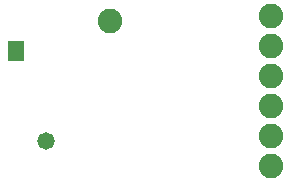
<source format=gbr>
G04 EAGLE Gerber RS-274X export*
G75*
%MOMM*%
%FSLAX34Y34*%
%LPD*%
%INSoldermask Bottom*%
%IPPOS*%
%AMOC8*
5,1,8,0,0,1.08239X$1,22.5*%
G01*
%ADD10C,2.082800*%
%ADD11R,1.473200X0.838200*%
%ADD12C,1.473200*%


D10*
X406400Y143510D03*
X406400Y118110D03*
X406400Y92710D03*
X406400Y67310D03*
X406400Y41910D03*
X406400Y16510D03*
D11*
X190500Y109800D03*
X190500Y118800D03*
D10*
X270510Y139700D03*
D12*
X215900Y38100D03*
M02*

</source>
